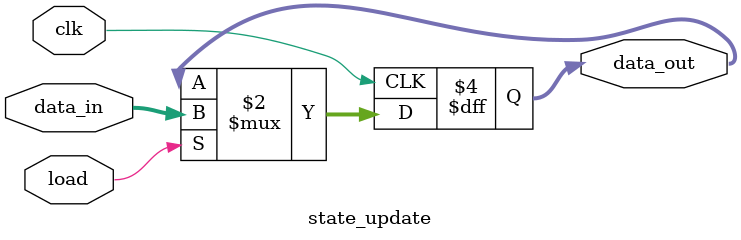
<source format=sv>
module param_buffer #(
    parameter DATA_WIDTH = 16
)(
    input wire clk,
    input wire [DATA_WIDTH-1:0] data_in,
    input wire load,
    output wire [DATA_WIDTH-1:0] data_out
);
    // 内部连接信号
    wire [DATA_WIDTH-1:0] data_in_registered;
    wire load_registered;
    
    // 实例化输入寄存子模块
    input_register #(
        .DATA_WIDTH(DATA_WIDTH)
    ) u_input_register (
        .clk(clk),
        .data_in(data_in),
        .load(load),
        .data_out(data_in_registered),
        .load_out(load_registered)
    );
    
    // 实例化状态更新子模块
    state_update #(
        .DATA_WIDTH(DATA_WIDTH)
    ) u_state_update (
        .clk(clk),
        .data_in(data_in_registered),
        .load(load_registered),
        .data_out(data_out)
    );
endmodule

// 输入寄存子模块
module input_register #(
    parameter DATA_WIDTH = 16
)(
    input wire clk,
    input wire [DATA_WIDTH-1:0] data_in,
    input wire load,
    output reg [DATA_WIDTH-1:0] data_out,
    output reg load_out
);
    // 对输入进行寄存
    always @(posedge clk) begin
        data_out <= data_in;
        load_out <= load;
    end
endmodule

// 状态更新子模块
module state_update #(
    parameter DATA_WIDTH = 16
)(
    input wire clk,
    input wire [DATA_WIDTH-1:0] data_in,
    input wire load,
    output reg [DATA_WIDTH-1:0] data_out
);
    // 根据控制信号更新输出状态
    always @(posedge clk) begin
        if (load)
            data_out <= data_in;
    end
endmodule
</source>
